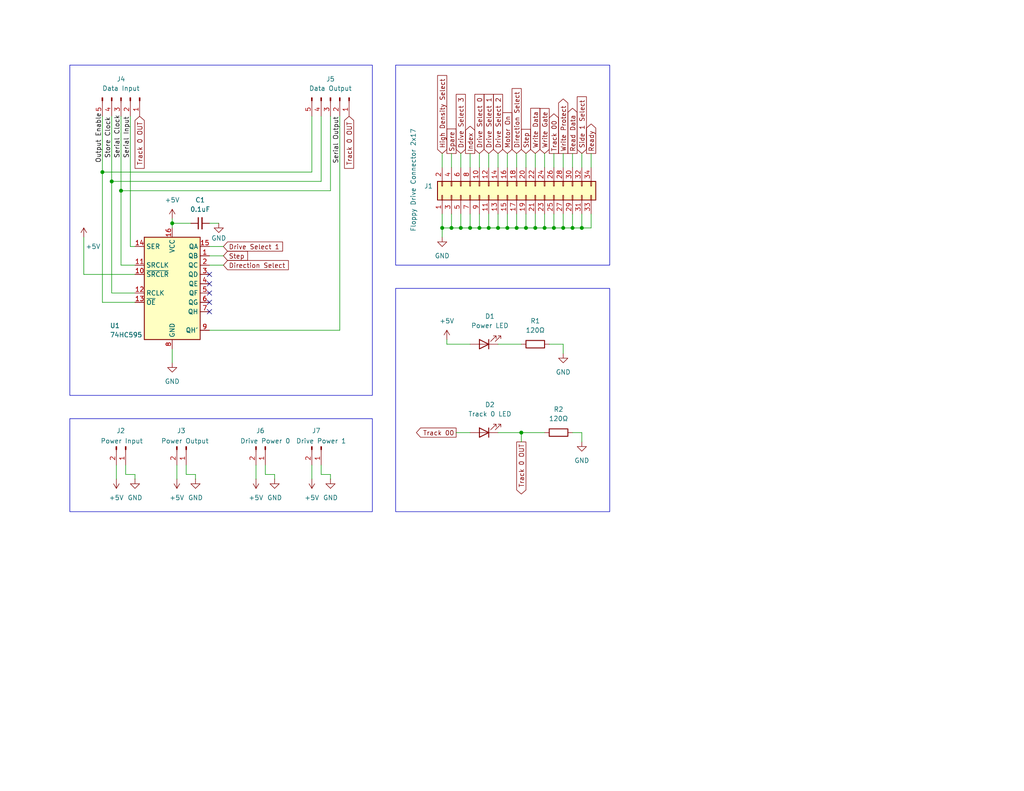
<source format=kicad_sch>
(kicad_sch (version 20231120) (generator "eeschema") (generator_version "8.0")
  (paper "USLetter")
  (title_block (title "Floppier Drive Controller - Slave") (date "2024-10-12") (rev " v1.0") (company "Adrian Wowk"))
  (lib_symbols
    (symbol "74xx:74HC595"
      (property "Reference" "U" (at -7.62 13.97 0))
      (property "Value" "74HC595" (at -7.62 -16.51 0))
      (symbol "74HC595_1_0"
        (pin tri_state line (at 10.16 7.62 180) (length 2.54) (name "QB") (number "1"))
        (pin input line (at -10.16 2.54 0) (length 2.54) (name "~{SRCLR}") (number "10"))
        (pin input line (at -10.16 5.08 0) (length 2.54) (name "SRCLK") (number "11"))
        (pin input line (at -10.16 -2.54 0) (length 2.54) (name "RCLK") (number "12"))
        (pin input line (at -10.16 -5.08 0) (length 2.54) (name "~{OE}") (number "13"))
        (pin input line (at -10.16 10.16 0) (length 2.54) (name "SER") (number "14"))
        (pin tri_state line (at 10.16 10.16 180) (length 2.54) (name "QA") (number "15"))
        (pin power_in line (at 0 15.24 270) (length 2.54) (name "VCC") (number "16"))
        (pin tri_state line (at 10.16 5.08 180) (length 2.54) (name "QC") (number "2"))
        (pin tri_state line (at 10.16 2.54 180) (length 2.54) (name "QD") (number "3"))
        (pin tri_state line (at 10.16 0 180) (length 2.54) (name "QE") (number "4"))
        (pin tri_state line (at 10.16 -2.54 180) (length 2.54) (name "QF") (number "5"))
        (pin tri_state line (at 10.16 -5.08 180) (length 2.54) (name "QG") (number "6"))
        (pin tri_state line (at 10.16 -7.62 180) (length 2.54) (name "QH") (number "7"))
        (pin power_in line (at 0 -17.78 90) (length 2.54) (name "GND") (number "8"))
        (pin output line (at 10.16 -12.7 180) (length 2.54) (name "QH'") (number "9"))
      )
      (symbol "74HC595_1_1"
        (rectangle (start -7.62 12.7) (end 7.62 -15.24) (stroke (width 0.254)) (fill (type background)))
      )
    )
    (symbol "Connector:Conn_01x02_Pin" (pin_names (offset 1.016) hide)
      (property "Reference" "J" (at 0 2.54 0))
      (property "Value" "Conn_01x02_Pin" (at 0 -5.08 0))
      (symbol "Conn_01x02_Pin_1_1"
        (polyline (pts (xy 1.27 -2.54) (xy 0.8636 -2.54)) (stroke (width 0.1524)))
        (polyline (pts (xy 1.27 0) (xy 0.8636 0)) (stroke (width 0.1524)))
        (rectangle (start 0.8636 -2.413) (end 0 -2.667) (stroke (width 0.1524)) (fill (type outline)))
        (rectangle (start 0.8636 0.127) (end 0 -0.127) (stroke (width 0.1524)) (fill (type outline)))
        (pin passive line (at 5.08 0 180) (length 3.81) (name "Pin_1") (number "1"))
        (pin passive line (at 5.08 -2.54 180) (length 3.81) (name "Pin_2") (number "2"))
      )
    )
    (symbol "Connector:Conn_01x05_Pin" (pin_names (offset 1.016) hide)
      (property "Reference" "J" (at 0 7.62 0))
      (property "Value" "Conn_01x05_Pin" (at 0 -7.62 0))
      (symbol "Conn_01x05_Pin_1_1"
        (polyline (pts (xy 1.27 -5.08) (xy 0.8636 -5.08)) (stroke (width 0.1524)))
        (polyline (pts (xy 1.27 -2.54) (xy 0.8636 -2.54)) (stroke (width 0.1524)))
        (polyline (pts (xy 1.27 0) (xy 0.8636 0)) (stroke (width 0.1524)))
        (polyline (pts (xy 1.27 2.54) (xy 0.8636 2.54)) (stroke (width 0.1524)))
        (polyline (pts (xy 1.27 5.08) (xy 0.8636 5.08)) (stroke (width 0.1524)))
        (rectangle (start 0.8636 -4.953) (end 0 -5.207) (stroke (width 0.1524)) (fill (type outline)))
        (rectangle (start 0.8636 -2.413) (end 0 -2.667) (stroke (width 0.1524)) (fill (type outline)))
        (rectangle (start 0.8636 0.127) (end 0 -0.127) (stroke (width 0.1524)) (fill (type outline)))
        (rectangle (start 0.8636 2.667) (end 0 2.413) (stroke (width 0.1524)) (fill (type outline)))
        (rectangle (start 0.8636 5.207) (end 0 4.953) (stroke (width 0.1524)) (fill (type outline)))
        (pin passive line (at 5.08 5.08 180) (length 3.81) (name "Pin_1") (number "1"))
        (pin passive line (at 5.08 2.54 180) (length 3.81) (name "Pin_2") (number "2"))
        (pin passive line (at 5.08 0 180) (length 3.81) (name "Pin_3") (number "3"))
        (pin passive line (at 5.08 -2.54 180) (length 3.81) (name "Pin_4") (number "4"))
        (pin passive line (at 5.08 -5.08 180) (length 3.81) (name "Pin_5") (number "5"))
      )
    )
    (symbol "Connector_Generic:Conn_02x17_Odd_Even" (pin_names (offset 1.016) hide)
      (property "Reference" "J" (at 1.27 22.86 0))
      (property "Value" "Conn_02x17_Odd_Even" (at 1.27 -22.86 0))
      (symbol "Conn_02x17_Odd_Even_1_1"
        (rectangle (start -1.27 -20.193) (end 0 -20.447) (stroke (width 0.1524)))
        (rectangle (start -1.27 -17.653) (end 0 -17.907) (stroke (width 0.1524)))
        (rectangle (start -1.27 -15.113) (end 0 -15.367) (stroke (width 0.1524)))
        (rectangle (start -1.27 -12.573) (end 0 -12.827) (stroke (width 0.1524)))
        (rectangle (start -1.27 -10.033) (end 0 -10.287) (stroke (width 0.1524)))
        (rectangle (start -1.27 -7.493) (end 0 -7.747) (stroke (width 0.1524)))
        (rectangle (start -1.27 -4.953) (end 0 -5.207) (stroke (width 0.1524)))
        (rectangle (start -1.27 -2.413) (end 0 -2.667) (stroke (width 0.1524)))
        (rectangle (start -1.27 0.127) (end 0 -0.127) (stroke (width 0.1524)))
        (rectangle (start -1.27 2.667) (end 0 2.413) (stroke (width 0.1524)))
        (rectangle (start -1.27 5.207) (end 0 4.953) (stroke (width 0.1524)))
        (rectangle (start -1.27 7.747) (end 0 7.493) (stroke (width 0.1524)))
        (rectangle (start -1.27 10.287) (end 0 10.033) (stroke (width 0.1524)))
        (rectangle (start -1.27 12.827) (end 0 12.573) (stroke (width 0.1524)))
        (rectangle (start -1.27 15.367) (end 0 15.113) (stroke (width 0.1524)))
        (rectangle (start -1.27 17.907) (end 0 17.653) (stroke (width 0.1524)))
        (rectangle (start -1.27 20.447) (end 0 20.193) (stroke (width 0.1524)))
        (rectangle (start -1.27 21.59) (end 3.81 -21.59) (stroke (width 0.254)) (fill (type background)))
        (rectangle (start 3.81 -20.193) (end 2.54 -20.447) (stroke (width 0.1524)))
        (rectangle (start 3.81 -17.653) (end 2.54 -17.907) (stroke (width 0.1524)))
        (rectangle (start 3.81 -15.113) (end 2.54 -15.367) (stroke (width 0.1524)))
        (rectangle (start 3.81 -12.573) (end 2.54 -12.827) (stroke (width 0.1524)))
        (rectangle (start 3.81 -10.033) (end 2.54 -10.287) (stroke (width 0.1524)))
        (rectangle (start 3.81 -7.493) (end 2.54 -7.747) (stroke (width 0.1524)))
        (rectangle (start 3.81 -4.953) (end 2.54 -5.207) (stroke (width 0.1524)))
        (rectangle (start 3.81 -2.413) (end 2.54 -2.667) (stroke (width 0.1524)))
        (rectangle (start 3.81 0.127) (end 2.54 -0.127) (stroke (width 0.1524)))
        (rectangle (start 3.81 2.667) (end 2.54 2.413) (stroke (width 0.1524)))
        (rectangle (start 3.81 5.207) (end 2.54 4.953) (stroke (width 0.1524)))
        (rectangle (start 3.81 7.747) (end 2.54 7.493) (stroke (width 0.1524)))
        (rectangle (start 3.81 10.287) (end 2.54 10.033) (stroke (width 0.1524)))
        (rectangle (start 3.81 12.827) (end 2.54 12.573) (stroke (width 0.1524)))
        (rectangle (start 3.81 15.367) (end 2.54 15.113) (stroke (width 0.1524)))
        (rectangle (start 3.81 17.907) (end 2.54 17.653) (stroke (width 0.1524)))
        (rectangle (start 3.81 20.447) (end 2.54 20.193) (stroke (width 0.1524)))
        (pin passive line (at -5.08 20.32 0) (length 3.81) (name "Pin_1") (number "1"))
        (pin passive line (at 7.62 10.16 180) (length 3.81) (name "Pin_10") (number "10"))
        (pin passive line (at -5.08 7.62 0) (length 3.81) (name "Pin_11") (number "11"))
        (pin passive line (at 7.62 7.62 180) (length 3.81) (name "Pin_12") (number "12"))
        (pin passive line (at -5.08 5.08 0) (length 3.81) (name "Pin_13") (number "13"))
        (pin passive line (at 7.62 5.08 180) (length 3.81) (name "Pin_14") (number "14"))
        (pin passive line (at -5.08 2.54 0) (length 3.81) (name "Pin_15") (number "15"))
        (pin passive line (at 7.62 2.54 180) (length 3.81) (name "Pin_16") (number "16"))
        (pin passive line (at -5.08 0 0) (length 3.81) (name "Pin_17") (number "17"))
        (pin passive line (at 7.62 0 180) (length 3.81) (name "Pin_18") (number "18"))
        (pin passive line (at -5.08 -2.54 0) (length 3.81) (name "Pin_19") (number "19"))
        (pin passive line (at 7.62 20.32 180) (length 3.81) (name "Pin_2") (number "2"))
        (pin passive line (at 7.62 -2.54 180) (length 3.81) (name "Pin_20") (number "20"))
        (pin passive line (at -5.08 -5.08 0) (length 3.81) (name "Pin_21") (number "21"))
        (pin passive line (at 7.62 -5.08 180) (length 3.81) (name "Pin_22") (number "22"))
        (pin passive line (at -5.08 -7.62 0) (length 3.81) (name "Pin_23") (number "23"))
        (pin passive line (at 7.62 -7.62 180) (length 3.81) (name "Pin_24") (number "24"))
        (pin passive line (at -5.08 -10.16 0) (length 3.81) (name "Pin_25") (number "25"))
        (pin passive line (at 7.62 -10.16 180) (length 3.81) (name "Pin_26") (number "26"))
        (pin passive line (at -5.08 -12.7 0) (length 3.81) (name "Pin_27") (number "27"))
        (pin passive line (at 7.62 -12.7 180) (length 3.81) (name "Pin_28") (number "28"))
        (pin passive line (at -5.08 -15.24 0) (length 3.81) (name "Pin_29") (number "29"))
        (pin passive line (at -5.08 17.78 0) (length 3.81) (name "Pin_3") (number "3"))
        (pin passive line (at 7.62 -15.24 180) (length 3.81) (name "Pin_30") (number "30"))
        (pin passive line (at -5.08 -17.78 0) (length 3.81) (name "Pin_31") (number "31"))
        (pin passive line (at 7.62 -17.78 180) (length 3.81) (name "Pin_32") (number "32"))
        (pin passive line (at -5.08 -20.32 0) (length 3.81) (name "Pin_33") (number "33"))
        (pin passive line (at 7.62 -20.32 180) (length 3.81) (name "Pin_34") (number "34"))
        (pin passive line (at 7.62 17.78 180) (length 3.81) (name "Pin_4") (number "4"))
        (pin passive line (at -5.08 15.24 0) (length 3.81) (name "Pin_5") (number "5"))
        (pin passive line (at 7.62 15.24 180) (length 3.81) (name "Pin_6") (number "6"))
        (pin passive line (at -5.08 12.7 0) (length 3.81) (name "Pin_7") (number "7"))
        (pin passive line (at 7.62 12.7 180) (length 3.81) (name "Pin_8") (number "8"))
        (pin passive line (at -5.08 10.16 0) (length 3.81) (name "Pin_9") (number "9"))
      )
    )
    (symbol "Device:C_Small" (pin_numbers hide) (pin_names (offset 0.254) hide)
      (property "Reference" "C" (at 0.254 1.778 0))
      (property "Value" "C_Small" (at 0.254 -2.032 0))
      (symbol "C_Small_0_1"
        (polyline (pts (xy -1.524 -0.508) (xy 1.524 -0.508)) (stroke (width 0.3302)))
        (polyline (pts (xy -1.524 0.508) (xy 1.524 0.508)) (stroke (width 0.3048)))
      )
      (symbol "C_Small_1_1"
        (pin passive line (at 0 2.54 270) (length 2.032) (name "~") (number "1"))
        (pin passive line (at 0 -2.54 90) (length 2.032) (name "~") (number "2"))
      )
    )
    (symbol "Device:LED" (pin_numbers hide) (pin_names (offset 1.016) hide)
      (property "Reference" "D" (at 0 2.54 0))
      (property "Value" "LED" (at 0 -2.54 0))
      (symbol "LED_0_1"
        (polyline (pts (xy -1.27 -1.27) (xy -1.27 1.27)) (stroke (width 0.254)))
        (polyline (pts (xy -1.27 0) (xy 1.27 0)))
        (polyline (pts (xy 1.27 -1.27) (xy 1.27 1.27) (xy -1.27 0) (xy 1.27 -1.27)) (stroke (width 0.254)))
        (polyline (pts (xy -3.048 -0.762) (xy -4.572 -2.286) (xy -3.81 -2.286) (xy -4.572 -2.286) (xy -4.572 -1.524)))
        (polyline (pts (xy -1.778 -0.762) (xy -3.302 -2.286) (xy -2.54 -2.286) (xy -3.302 -2.286) (xy -3.302 -1.524)))
      )
      (symbol "LED_1_1"
        (pin passive line (at -3.81 0 0) (length 2.54) (name "K") (number "1"))
        (pin passive line (at 3.81 0 180) (length 2.54) (name "A") (number "2"))
      )
    )
    (symbol "Device:R" (pin_numbers hide) (pin_names (offset 0))
      (property "Reference" "R" (at 2.032 0 90))
      (property "Value" "R" (at 0 0 90))
      (symbol "R_0_1"
        (rectangle (start -1.016 -2.54) (end 1.016 2.54) (stroke (width 0.254)))
      )
      (symbol "R_1_1"
        (pin passive line (at 0 3.81 270) (length 1.27) (name "~") (number "1"))
        (pin passive line (at 0 -3.81 90) (length 1.27) (name "~") (number "2"))
      )
    )
    (symbol "power:+5V" (power) (pin_numbers hide) (pin_names (offset 0) hide)
      (property "Value" "+5V" (at 0 3.556 0))
      (symbol "+5V_0_1"
        (polyline (pts (xy -0.762 1.27) (xy 0 2.54)))
        (polyline (pts (xy 0 0) (xy 0 2.54)))
        (polyline (pts (xy 0 2.54) (xy 0.762 1.27)))
      )
      (symbol "+5V_1_1"
        (pin power_in line (at 0 0 90) (length 0) (name "~") (number "1"))
      )
    )
    (symbol "power:GND" (power) (pin_numbers hide) (pin_names (offset 0) hide)
      (property "Value" "GND" (at 0 -3.81 0))
      (symbol "GND_0_1"
        (polyline (pts (xy 0 0) (xy 0 -1.27) (xy 1.27 -1.27) (xy 0 -2.54) (xy -1.27 -1.27) (xy 0 -1.27)))
      )
      (symbol "GND_1_1"
        (pin power_in line (at 0 0 270) (length 0) (name "~") (number "1"))
      )
    )
  )
  (junction (at 125.73 62.23))
  (junction (at 46.99 60.96))
  (junction (at 120.65 62.23))
  (junction (at 33.02 52.07))
  (junction (at 143.51 62.23))
  (junction (at 151.13 62.23))
  (junction (at 130.81 62.23))
  (junction (at 133.35 62.23))
  (junction (at 148.59 62.23))
  (junction (at 158.75 62.23))
  (junction (at 123.19 62.23))
  (junction (at 153.67 62.23))
  (junction (at 140.97 62.23))
  (junction (at 135.89 62.23))
  (junction (at 27.94 46.99))
  (junction (at 142.24 118.11))
  (junction (at 128.27 62.23))
  (junction (at 138.43 62.23))
  (junction (at 146.05 62.23))
  (junction (at 30.48 49.53))
  (junction (at 156.21 62.23))
  (no_connect (at 57.15 82.55))
  (no_connect (at 57.15 85.09))
  (no_connect (at 57.15 74.93))
  (no_connect (at 57.15 77.47))
  (no_connect (at 57.15 80.01))
  (wire (pts (xy 121.92 93.98) (xy 128.27 93.98)))
  (wire (pts (xy 146.05 41.91) (xy 146.05 45.72)))
  (wire (pts (xy 130.81 41.91) (xy 130.81 45.72)))
  (wire (pts (xy 90.17 52.07) (xy 33.02 52.07)))
  (wire (pts (xy 135.89 58.42) (xy 135.89 62.23)))
  (wire (pts (xy 36.83 74.93) (xy 22.86 74.93)))
  (wire (pts (xy 121.92 92.71) (xy 121.92 93.98)))
  (wire (pts (xy 50.8 129.54) (xy 50.8 127)))
  (wire (pts (xy 87.63 49.53) (xy 30.48 49.53)))
  (wire (pts (xy 135.89 62.23) (xy 133.35 62.23)))
  (wire (pts (xy 85.09 46.99) (xy 27.94 46.99)))
  (wire (pts (xy 46.99 60.96) (xy 52.07 60.96)))
  (wire (pts (xy 27.94 46.99) (xy 27.94 82.55)))
  (wire (pts (xy 35.56 67.31) (xy 36.83 67.31)))
  (wire (pts (xy 158.75 120.65) (xy 158.75 118.11)))
  (wire (pts (xy 156.21 58.42) (xy 156.21 62.23)))
  (wire (pts (xy 85.09 31.75) (xy 85.09 46.99)))
  (wire (pts (xy 120.65 62.23) (xy 120.65 64.77)))
  (wire (pts (xy 135.89 118.11) (xy 142.24 118.11)))
  (wire (pts (xy 138.43 41.91) (xy 138.43 45.72)))
  (wire (pts (xy 143.51 58.42) (xy 143.51 62.23)))
  (wire (pts (xy 123.19 58.42) (xy 123.19 62.23)))
  (wire (pts (xy 74.93 129.54) (xy 72.39 129.54)))
  (wire (pts (xy 27.94 82.55) (xy 36.83 82.55)))
  (wire (pts (xy 148.59 41.91) (xy 148.59 45.72)))
  (wire (pts (xy 123.19 62.23) (xy 120.65 62.23)))
  (wire (pts (xy 57.15 60.96) (xy 59.69 60.96)))
  (wire (pts (xy 133.35 58.42) (xy 133.35 62.23)))
  (wire (pts (xy 140.97 58.42) (xy 140.97 62.23)))
  (wire (pts (xy 34.29 129.54) (xy 34.29 127)))
  (wire (pts (xy 124.46 118.11) (xy 128.27 118.11)))
  (wire (pts (xy 133.35 41.91) (xy 133.35 45.72)))
  (wire (pts (xy 138.43 62.23) (xy 140.97 62.23)))
  (wire (pts (xy 125.73 41.91) (xy 125.73 45.72)))
  (wire (pts (xy 27.94 31.75) (xy 27.94 46.99)))
  (wire (pts (xy 158.75 62.23) (xy 156.21 62.23)))
  (wire (pts (xy 53.34 129.54) (xy 50.8 129.54)))
  (wire (pts (xy 133.35 62.23) (xy 130.81 62.23)))
  (wire (pts (xy 92.71 31.75) (xy 92.71 90.17)))
  (wire (pts (xy 140.97 41.91) (xy 140.97 45.72)))
  (wire (pts (xy 46.99 95.25) (xy 46.99 99.06)))
  (wire (pts (xy 153.67 58.42) (xy 153.67 62.23)))
  (wire (pts (xy 151.13 62.23) (xy 148.59 62.23)))
  (wire (pts (xy 125.73 58.42) (xy 125.73 62.23)))
  (wire (pts (xy 87.63 31.75) (xy 87.63 49.53)))
  (wire (pts (xy 87.63 129.54) (xy 87.63 127)))
  (wire (pts (xy 158.75 58.42) (xy 158.75 62.23)))
  (wire (pts (xy 57.15 69.85) (xy 60.96 69.85)))
  (wire (pts (xy 138.43 58.42) (xy 138.43 62.23)))
  (wire (pts (xy 22.86 64.77) (xy 22.86 74.93)))
  (wire (pts (xy 90.17 129.54) (xy 87.63 129.54)))
  (wire (pts (xy 151.13 41.91) (xy 151.13 45.72)))
  (wire (pts (xy 151.13 58.42) (xy 151.13 62.23)))
  (wire (pts (xy 148.59 58.42) (xy 148.59 62.23)))
  (wire (pts (xy 35.56 31.75) (xy 35.56 67.31)))
  (wire (pts (xy 135.89 62.23) (xy 138.43 62.23)))
  (wire (pts (xy 125.73 62.23) (xy 128.27 62.23)))
  (wire (pts (xy 148.59 62.23) (xy 146.05 62.23)))
  (wire (pts (xy 143.51 41.91) (xy 143.51 45.72)))
  (wire (pts (xy 153.67 93.98) (xy 153.67 96.52)))
  (wire (pts (xy 57.15 67.31) (xy 60.96 67.31)))
  (wire (pts (xy 85.09 127) (xy 85.09 130.81)))
  (wire (pts (xy 156.21 41.91) (xy 156.21 45.72)))
  (wire (pts (xy 30.48 31.75) (xy 30.48 49.53)))
  (wire (pts (xy 53.34 129.54) (xy 53.34 130.81)))
  (wire (pts (xy 143.51 62.23) (xy 140.97 62.23)))
  (wire (pts (xy 46.99 59.69) (xy 46.99 60.96)))
  (wire (pts (xy 69.85 127) (xy 69.85 130.81)))
  (wire (pts (xy 142.24 118.11) (xy 148.59 118.11)))
  (wire (pts (xy 57.15 72.39) (xy 60.96 72.39)))
  (wire (pts (xy 128.27 62.23) (xy 130.81 62.23)))
  (wire (pts (xy 130.81 58.42) (xy 130.81 62.23)))
  (wire (pts (xy 146.05 58.42) (xy 146.05 62.23)))
  (wire (pts (xy 30.48 49.53) (xy 30.48 80.01)))
  (wire (pts (xy 153.67 62.23) (xy 151.13 62.23)))
  (wire (pts (xy 30.48 80.01) (xy 36.83 80.01)))
  (wire (pts (xy 146.05 62.23) (xy 143.51 62.23)))
  (wire (pts (xy 31.75 127) (xy 31.75 130.81)))
  (wire (pts (xy 48.26 127) (xy 48.26 130.81)))
  (wire (pts (xy 90.17 129.54) (xy 90.17 130.81)))
  (wire (pts (xy 135.89 93.98) (xy 142.24 93.98)))
  (wire (pts (xy 92.71 90.17) (xy 57.15 90.17)))
  (wire (pts (xy 36.83 129.54) (xy 34.29 129.54)))
  (wire (pts (xy 120.65 41.91) (xy 120.65 45.72)))
  (wire (pts (xy 149.86 93.98) (xy 153.67 93.98)))
  (wire (pts (xy 33.02 72.39) (xy 36.83 72.39)))
  (wire (pts (xy 153.67 41.91) (xy 153.67 45.72)))
  (wire (pts (xy 161.29 58.42) (xy 161.29 62.23)))
  (wire (pts (xy 36.83 129.54) (xy 36.83 130.81)))
  (wire (pts (xy 72.39 129.54) (xy 72.39 127)))
  (wire (pts (xy 158.75 118.11) (xy 156.21 118.11)))
  (wire (pts (xy 74.93 129.54) (xy 74.93 130.81)))
  (wire (pts (xy 128.27 58.42) (xy 128.27 62.23)))
  (wire (pts (xy 90.17 31.75) (xy 90.17 52.07)))
  (wire (pts (xy 128.27 41.91) (xy 128.27 45.72)))
  (wire (pts (xy 161.29 62.23) (xy 158.75 62.23)))
  (wire (pts (xy 120.65 58.42) (xy 120.65 62.23)))
  (wire (pts (xy 135.89 41.91) (xy 135.89 45.72)))
  (wire (pts (xy 156.21 62.23) (xy 153.67 62.23)))
  (wire (pts (xy 161.29 41.91) (xy 161.29 45.72)))
  (wire (pts (xy 158.75 41.91) (xy 158.75 45.72)))
  (wire (pts (xy 33.02 31.75) (xy 33.02 52.07)))
  (wire (pts (xy 33.02 52.07) (xy 33.02 72.39)))
  (wire (pts (xy 123.19 41.91) (xy 123.19 45.72)))
  (wire (pts (xy 142.24 118.11) (xy 142.24 120.65)))
  (wire (pts (xy 125.73 62.23) (xy 123.19 62.23)))
  (wire (pts (xy 46.99 60.96) (xy 46.99 62.23)))
  (rectangle (start 107.95 17.78) (end 166.37 72.39))
  (rectangle (start 19.05 114.3) (end 101.6 139.7))
  (rectangle (start 19.05 17.78) (end 101.6 107.95))
  (rectangle (start 107.95 78.74) (end 166.37 139.7))
  (label "Serial Clock" (at 33.02 43.18 90))
  (label "Store Clock" (at 30.48 43.18 90))
  (label "Output Enable" (at 27.94 44.45 90))
  (label "Serial Input" (at 35.56 43.18 90))
  (label "Serial Output" (at 92.71 31.75 270))
  (global_label "Spare" (shape passive) (at 123.19 41.91 90) (property "Intersheetrefs" "${INTERSHEET_REFS}" (effects (hide yes))))
  (global_label "High Density Select" (shape input) (at 120.65 41.91 90) (property "Intersheetrefs" "${INTERSHEET_REFS}" (effects (hide yes))))
  (global_label "Track 00" (shape output) (at 124.46 118.11 180) (property "Intersheetrefs" "${INTERSHEET_REFS}" (effects (hide yes))))
  (global_label "Track 0 OUT" (shape output) (at 142.24 120.65 270) (property "Intersheetrefs" "${INTERSHEET_REFS}" (effects (hide yes))))
  (global_label "Index" (shape output) (at 128.27 41.91 90) (property "Intersheetrefs" "${INTERSHEET_REFS}" (effects (hide yes))))
  (global_label "Read Data" (shape output) (at 156.21 41.91 90) (property "Intersheetrefs" "${INTERSHEET_REFS}" (effects (hide yes))))
  (global_label "Motor On" (shape input) (at 138.43 41.91 90) (property "Intersheetrefs" "${INTERSHEET_REFS}" (effects (hide yes))))
  (global_label "Drive Select 2" (shape input) (at 135.89 41.91 90) (property "Intersheetrefs" "${INTERSHEET_REFS}" (effects (hide yes))))
  (global_label "Drive Select 0" (shape input) (at 130.81 41.91 90) (property "Intersheetrefs" "${INTERSHEET_REFS}" (effects (hide yes))))
  (global_label "Track 0 OUT" (shape input) (at 38.1 31.75 270) (property "Intersheetrefs" "${INTERSHEET_REFS}" (effects (hide yes))))
  (global_label "Write Gate" (shape input) (at 148.59 41.91 90) (property "Intersheetrefs" "${INTERSHEET_REFS}" (effects (hide yes))))
  (global_label "Side 1 Select" (shape input) (at 158.75 41.91 90) (property "Intersheetrefs" "${INTERSHEET_REFS}" (effects (hide yes))))
  (global_label "Ready" (shape output) (at 161.29 41.91 90) (property "Intersheetrefs" "${INTERSHEET_REFS}" (effects (hide yes))))
  (global_label "Drive Select 3" (shape input) (at 125.73 41.91 90) (property "Intersheetrefs" "${INTERSHEET_REFS}" (effects (hide yes))))
  (global_label "Step" (shape input) (at 143.51 41.91 90) (property "Intersheetrefs" "${INTERSHEET_REFS}" (effects (hide yes))))
  (global_label "Write Protect" (shape output) (at 153.67 41.91 90) (property "Intersheetrefs" "${INTERSHEET_REFS}" (effects (hide yes))))
  (global_label "Write Data" (shape input) (at 146.05 41.91 90) (property "Intersheetrefs" "${INTERSHEET_REFS}" (effects (hide yes))))
  (global_label "Drive Select 1" (shape input) (at 60.96 67.31 0) (property "Intersheetrefs" "${INTERSHEET_REFS}" (effects (hide yes))))
  (global_label "Track 00" (shape output) (at 151.13 41.91 90) (property "Intersheetrefs" "${INTERSHEET_REFS}" (effects (hide yes))))
  (global_label "Step" (shape input) (at 60.96 69.85 0) (property "Intersheetrefs" "${INTERSHEET_REFS}" (effects (hide yes))))
  (global_label "Direction Select" (shape input) (at 140.97 41.91 90) (property "Intersheetrefs" "${INTERSHEET_REFS}" (effects (hide yes))))
  (global_label "Track 0 OUT" (shape input) (at 95.25 31.75 270) (property "Intersheetrefs" "${INTERSHEET_REFS}" (effects (hide yes))))
  (global_label "Direction Select" (shape input) (at 60.96 72.39 0) (property "Intersheetrefs" "${INTERSHEET_REFS}" (effects (hide yes))))
  (global_label "Drive Select 1" (shape input) (at 133.35 41.91 90) (property "Intersheetrefs" "${INTERSHEET_REFS}" (effects (hide yes))))
  (symbol (lib_id "Connector:Conn_01x02_Pin") (at 34.29 121.92 270) (unit 1)
    (property "Reference" "J2" (at 31.75 117.602 90) (effects (justify left)))
    (property "Value" "Power Input" (at 27.432 120.396 90) (effects (justify left)))
    (property "Footprint" "Connector_PinHeader_2.54mm:PinHeader_1x02_P2.54mm_Vertical" (effects (hide yes)))
    (property "Description" "Generic connector, single row, 01x02, script generated" (effects (hide yes)))
  )
  (symbol (lib_id "Device:C_Small") (at 54.61 60.96 90) (unit 1)
    (property "Reference" "C1" (at 54.6163 54.61 90))
    (property "Value" "0.1uF" (at 54.6163 57.15 90))
    (property "Footprint" "Capacitor_SMD:C_0603_1608Metric_Pad1.08x0.95mm_HandSolder" (effects (hide yes)))
    (property "Description" "Unpolarized capacitor, small symbol" (effects (hide yes)))
  )
  (symbol (lib_id "power:GND") (at 153.67 96.52 0) (unit 1)
    (property "Reference" "#PWR015" (effects (hide yes)))
    (property "Value" "GND" (at 153.67 101.6 0))
    (property "Description" "Power symbol creates a global label with name \"GND\" , ground" (effects (hide yes)))
  )
  (symbol (lib_id "Connector:Conn_01x02_Pin") (at 87.63 121.92 270) (unit 1)
    (property "Reference" "J7" (at 85.09 117.602 90) (effects (justify left)))
    (property "Value" "Drive Power 1" (at 80.772 120.396 90) (effects (justify left)))
    (property "Footprint" "Connector_PinHeader_2.54mm:PinHeader_1x02_P2.54mm_Vertical" (effects (hide yes)))
    (property "Description" "Generic connector, single row, 01x02, script generated" (effects (hide yes)))
  )
  (symbol (lib_id "Device:LED") (at 132.08 93.98 180) (unit 1)
    (property "Reference" "D1" (at 133.6675 86.36 0))
    (property "Value" "Power LED" (at 133.6675 88.9 0))
    (property "Footprint" "LED_SMD:LED_0603_1608Metric_Pad1.05x0.95mm_HandSolder" (effects (hide yes)))
    (property "Description" "Light emitting diode" (effects (hide yes)))
  )
  (symbol (lib_id "power:GND") (at 46.99 99.06 0) (unit 1)
    (property "Reference" "#PWR07" (effects (hide yes)))
    (property "Value" "GND" (at 46.99 104.14 0))
    (property "Description" "Power symbol creates a global label with name \"GND\" , ground" (effects (hide yes)))
  )
  (symbol (lib_id "Connector:Conn_01x02_Pin") (at 50.8 121.92 270) (unit 1)
    (property "Reference" "J3" (at 48.26 117.602 90) (effects (justify left)))
    (property "Value" "Power Output" (at 43.942 120.396 90) (effects (justify left)))
    (property "Footprint" "Connector_PinHeader_2.54mm:PinHeader_1x02_P2.54mm_Vertical" (effects (hide yes)))
    (property "Description" "Generic connector, single row, 01x02, script generated" (effects (hide yes)))
  )
  (symbol (lib_id "Device:LED") (at 132.08 118.11 180) (unit 1)
    (property "Reference" "D2" (at 133.6675 110.49 0))
    (property "Value" "Track 0 LED" (at 133.6675 113.03 0))
    (property "Footprint" "LED_SMD:LED_0603_1608Metric_Pad1.05x0.95mm_HandSolder" (effects (hide yes)))
    (property "Description" "Light emitting diode" (effects (hide yes)))
  )
  (symbol (lib_id "Connector_Generic:Conn_02x17_Odd_Even") (at 140.97 53.34 90) (unit 1)
    (property "Reference" "J1" (at 118.11 50.7999 90) (effects (justify left)))
    (property "Value" "Floppy Drive Connector 2x17" (at 112.776 63.246 0) (effects (justify left)))
    (property "Footprint" "Connector_PinSocket_2.54mm:PinSocket_2x17_P2.54mm_Vertical" (effects (hide yes)))
    (property "Description" "Generic connector, double row, 02x17, odd/even pin numbering scheme (row 1 odd numbers, row 2 even numbers), script generated (kicad-library-utils/schlib/autogen/connector/)" (effects (hide yes)))
  )
  (symbol (lib_id "power:GND") (at 120.65 64.77 0) (unit 1)
    (property "Reference" "#PWR01" (effects (hide yes)))
    (property "Value" "GND" (at 120.65 69.85 0))
    (property "Description" "Power symbol creates a global label with name \"GND\" , ground" (effects (hide yes)))
  )
  (symbol (lib_id "power:+5V") (at 22.86 64.77 0) (unit 1)
    (property "Reference" "#PWR08" (effects (hide yes)))
    (property "Value" "+5V" (at 25.4 67.31 0))
    (property "Description" "Power symbol creates a global label with name \"+5V\"" (effects (hide yes)))
  )
  (symbol (lib_id "Connector:Conn_01x02_Pin") (at 72.39 121.92 270) (unit 1)
    (property "Reference" "J6" (at 69.85 117.602 90) (effects (justify left)))
    (property "Value" "Drive Power 0" (at 65.532 120.396 90) (effects (justify left)))
    (property "Footprint" "Connector_PinHeader_2.54mm:PinHeader_1x02_P2.54mm_Vertical" (effects (hide yes)))
    (property "Description" "Generic connector, single row, 01x02, script generated" (effects (hide yes)))
  )
  (symbol (lib_id "power:+5V") (at 69.85 130.81 180) (unit 1)
    (property "Reference" "#PWR010" (effects (hide yes)))
    (property "Value" "+5V" (at 69.85 135.89 0))
    (property "Description" "Power symbol creates a global label with name \"+5V\"" (effects (hide yes)))
  )
  (symbol (lib_id "power:GND") (at 74.93 130.81 0) (unit 1)
    (property "Reference" "#PWR011" (effects (hide yes)))
    (property "Value" "GND" (at 74.93 135.89 0))
    (property "Description" "Power symbol creates a global label with name \"GND\" , ground" (effects (hide yes)))
  )
  (symbol (lib_id "power:GND") (at 36.83 130.81 0) (unit 1)
    (property "Reference" "#PWR02" (effects (hide yes)))
    (property "Value" "GND" (at 36.83 135.89 0))
    (property "Description" "Power symbol creates a global label with name \"GND\" , ground" (effects (hide yes)))
  )
  (symbol (lib_id "power:+5V") (at 48.26 130.81 180) (unit 1)
    (property "Reference" "#PWR03" (effects (hide yes)))
    (property "Value" "+5V" (at 48.26 135.89 0))
    (property "Description" "Power symbol creates a global label with name \"+5V\"" (effects (hide yes)))
  )
  (symbol (lib_id "power:GND") (at 53.34 130.81 0) (unit 1)
    (property "Reference" "#PWR05" (effects (hide yes)))
    (property "Value" "GND" (at 53.34 135.89 0))
    (property "Description" "Power symbol creates a global label with name \"GND\" , ground" (effects (hide yes)))
  )
  (symbol (lib_id "74xx:74HC595") (at 46.99 77.47 0) (unit 1)
    (property "Reference" "U1" (at 29.972 88.9 0) (effects (justify left)))
    (property "Value" "74HC595" (at 29.972 91.44 0) (effects (justify left)))
    (property "Footprint" "Package_SO:TSSOP-16_4.4x5mm_P0.65mm" (effects (hide yes)))
    (property "Datasheet" "http://www.ti.com/lit/ds/symlink/sn74hc595.pdf" (effects (hide yes)))
    (property "Description" "8-bit serial in/out Shift Register 3-State Outputs" (effects (hide yes)))
  )
  (symbol (lib_id "power:GND") (at 158.75 120.65 0) (unit 1)
    (property "Reference" "#PWR016" (effects (hide yes)))
    (property "Value" "GND" (at 158.75 125.73 0))
    (property "Description" "Power symbol creates a global label with name \"GND\" , ground" (effects (hide yes)))
  )
  (symbol (lib_id "power:+5V") (at 85.09 130.81 180) (unit 1)
    (property "Reference" "#PWR012" (effects (hide yes)))
    (property "Value" "+5V" (at 85.09 135.89 0))
    (property "Description" "Power symbol creates a global label with name \"+5V\"" (effects (hide yes)))
  )
  (symbol (lib_id "Device:R") (at 146.05 93.98 90) (unit 1)
    (property "Reference" "R1" (at 146.05 87.63 90))
    (property "Value" "120Ω" (at 146.05 90.17 90))
    (property "Footprint" "Resistor_SMD:R_0603_1608Metric_Pad0.98x0.95mm_HandSolder" (effects (hide yes)))
    (property "Description" "Resistor" (effects (hide yes)))
  )
  (symbol (lib_id "power:+5V") (at 31.75 130.81 180) (unit 1)
    (property "Reference" "#PWR04" (effects (hide yes)))
    (property "Value" "+5V" (at 31.75 135.89 0))
    (property "Description" "Power symbol creates a global label with name \"+5V\"" (effects (hide yes)))
  )
  (symbol (lib_id "power:+5V") (at 121.92 92.71 0) (unit 1)
    (property "Reference" "#PWR014" (effects (hide yes)))
    (property "Value" "+5V" (at 121.92 87.63 0))
    (property "Description" "Power symbol creates a global label with name \"+5V\"" (effects (hide yes)))
  )
  (symbol (lib_id "Connector:Conn_01x05_Pin") (at 33.02 26.67 270) (unit 1)
    (property "Reference" "J4" (at 33.02 21.59 90))
    (property "Value" "Data Input" (at 33.02 24.13 90))
    (property "Footprint" "Connector_PinHeader_2.54mm:PinHeader_1x05_P2.54mm_Vertical" (effects (hide yes)))
    (property "Description" "Generic connector, single row, 01x05, script generated" (effects (hide yes)))
  )
  (symbol (lib_id "Device:R") (at 152.4 118.11 90) (unit 1)
    (property "Reference" "R2" (at 152.4 111.76 90))
    (property "Value" "120Ω" (at 152.4 114.3 90))
    (property "Footprint" "Resistor_SMD:R_0603_1608Metric_Pad0.98x0.95mm_HandSolder" (effects (hide yes)))
    (property "Description" "Resistor" (effects (hide yes)))
  )
  (symbol (lib_id "power:GND") (at 59.69 60.96 0) (unit 1)
    (property "Reference" "#PWR09" (effects (hide yes)))
    (property "Value" "GND" (at 59.69 65.024 0))
    (property "Description" "Power symbol creates a global label with name \"GND\" , ground" (effects (hide yes)))
  )
  (symbol (lib_id "power:+5V") (at 46.99 59.69 0) (unit 1)
    (property "Reference" "#PWR06" (effects (hide yes)))
    (property "Value" "+5V" (at 46.99 54.61 0))
    (property "Description" "Power symbol creates a global label with name \"+5V\"" (effects (hide yes)))
  )
  (symbol (lib_id "power:GND") (at 90.17 130.81 0) (unit 1)
    (property "Reference" "#PWR013" (effects (hide yes)))
    (property "Value" "GND" (at 90.17 135.89 0))
    (property "Description" "Power symbol creates a global label with name \"GND\" , ground" (effects (hide yes)))
  )
  (symbol (lib_id "Connector:Conn_01x05_Pin") (at 90.17 26.67 270) (unit 1)
    (property "Reference" "J5" (at 90.17 21.59 90))
    (property "Value" "Data Output" (at 90.17 24.13 90))
    (property "Footprint" "Connector_PinHeader_2.54mm:PinHeader_1x05_P2.54mm_Vertical" (effects (hide yes)))
    (property "Description" "Generic connector, single row, 01x05, script generated" (effects (hide yes)))
  )
)
</source>
